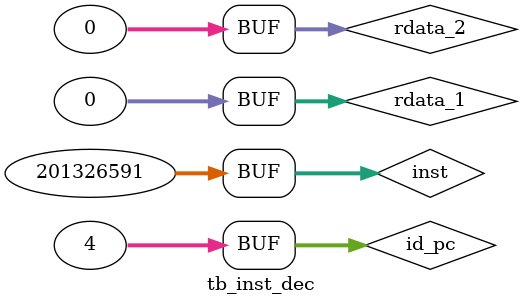
<source format=sv>
`timescale 1ns / 1ps


module tb_inst_dec(
    );
 // ÊäÈëÐÅºÅ
    logic [31:0] inst;
    logic [31:0] rdata_1;
    logic [31:0] rdata_2;

    // Êä³öÐÅºÅ
    logic [4:0] raddr_1;
    logic re_1;
    logic [4:0] raddr_2;
    logic re_2;
    logic [5:0] aluop;
    logic [31:0] reg_1;
    logic [31:0] reg_2;
    logic [4:0] waddr;
    logic we;
    logic [31:0] inst_o;
    logic [31:0] id_pc;
    logic branch_flag_o;
    logic [31:0] branch_address_o;
    // ÊµÀý»¯ inst_dec Ä£¿é
    inst_dec decode (
        .inst(inst),
        .inst_o(inst_o),
        .raddr_1(raddr_1),
        .re_1(re_1),
        .raddr_2(raddr_2),
        .re_2(re_2),
        .rdata_1(rdata_1),
        .rdata_2(rdata_2),
        .aluop(aluop),
        .reg_1(reg_1),
        .reg_2(reg_2),
        .waddr(waddr),
        .we(we),
        .id_pc(id_pc),
        .branch_flag_o(branch_flag_o),
        .branch_address_o(branch_address_o)
    );

    initial begin
        // BEQ ²Ù×÷²âÊÔ
        inst = 32'b000100_00001_00010_1111111111111111;
        id_pc = 32'h00000004;
        rdata_1 = 32'h00000001;
        rdata_2 = 32'h00000001;
        #10
        inst = 32'b000100_00001_00010_1111111111111111;
        id_pc = 32'h00000004;
        rdata_1 = 32'h00000001;
        rdata_2 = 32'h00000002;
        #10
        // BNE ²Ù×÷²âÊÔ
        inst = 32'b000101_00001_00010_1111111111111111;
        id_pc = 32'h00000004;
        rdata_1 = 32'h00000001;
        rdata_2 = 32'h00000001;
        #10
        inst = 32'b000101_00001_00010_1111111111111111;
        id_pc = 32'h00000004;
        rdata_1 = 32'h00000001;
        rdata_2 = 32'h00000000;
        #10
        // BGTZ ²Ù×÷²âÊÔ
        inst = 32'b000111_00001_00000_1111111111111111;
        id_pc = 32'h00000004;
        rdata_1 = 32'h00000001;
        rdata_2 = 32'h00000000;
        #10
        inst = 32'b000111_00001_00000_1111111111111111;
        id_pc = 32'h00000004;
        rdata_1 = 32'hFFFFFFFF;
        rdata_2 = 32'h00000000;
        #10
        inst = 32'b000111_00001_00000_1111111111111111;
        id_pc = 32'h00000004;
        rdata_1 = 32'h00000000;
        rdata_2 = 32'h00000000;
        #10
        // BLEZ ²Ù×÷²âÊÔ
        inst = 32'b000110_00001_00000_1111111111111111;
        id_pc = 32'h00000004;
        rdata_1 = 32'h00000001;
        rdata_2 = 32'h00000000;
        #10
        inst = 32'b000110_00001_00000_1111111111111111;
        id_pc = 32'h00000004;
        rdata_1 = 32'hFFFFFFFF;
        rdata_2 = 32'h00000000;
        #10
        inst = 32'b000110_00001_00000_1111111111111111;
        id_pc = 32'h00000004;
        rdata_1 = 32'h00000000;
        rdata_2 = 32'h00000000;
        #10
        // J ²Ù×÷²âÊÔ
        inst = 32'b000010_11111111111111111111111111;
        id_pc = 32'h00000004;
        rdata_1 = 32'h00000000;
        rdata_2 = 32'h00000000;
    end
endmodule
</source>
